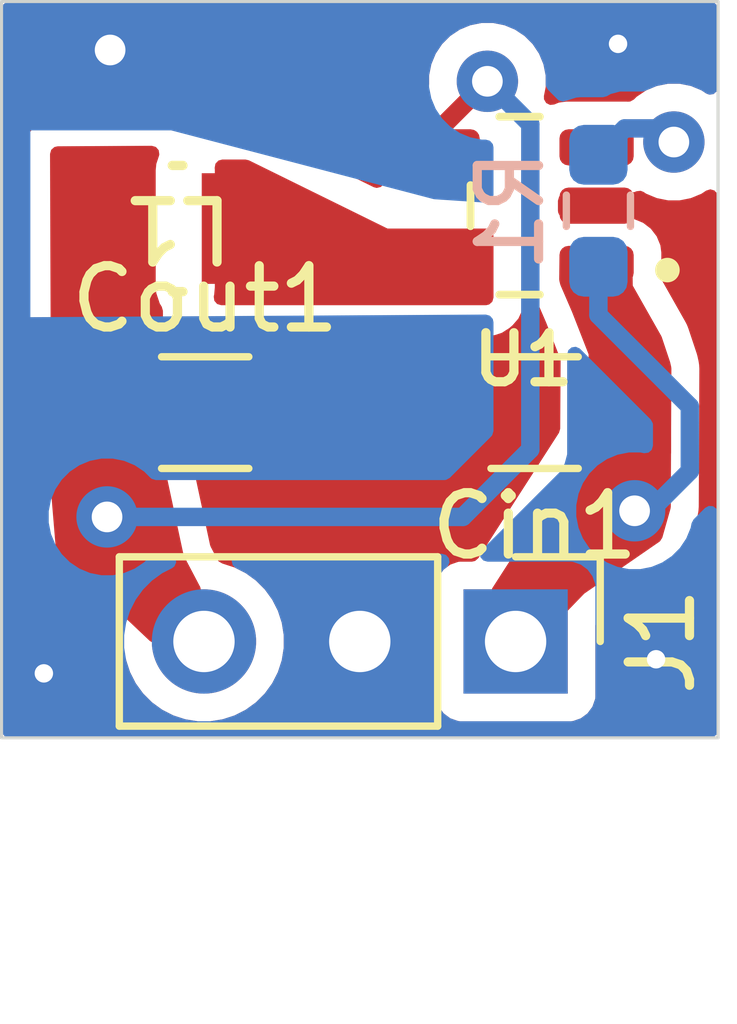
<source format=kicad_pcb>
(kicad_pcb (version 20241229) (generator "pcbnew") (generator_version "9.0")
  (layers (0 "F.Cu" signal) (2 "B.Cu" signal) (13 "F.Paste" user) (15 "B.Paste" user) (5 "F.SilkS" user "F.Silkscreen") (7 "B.SilkS" user "B.Silkscreen") (1 "F.Mask" user) (3 "B.Mask" user) (25 "Edge.Cuts" user))
  (net 0 "")
  (net 1 "GND")
  (net 2 "Net-(U1-EN)")
  (net 3 "/SW1")
  (net 4 "/VIN")
  (net 5 "/SW2")
  (footprint "Capacitor_SMD:C_1206_3216Metric_Pad1.33x1.80mm_HandSolder" (layer "F.Cu") (at 98.8 78.5)
    (property "Reference" "Cout1" (at 0 -1.85 0) (layer "F.SilkS"))
    (property "Value" "10uF")
    (fp_line (start -0.711252 -0.91) (end 0.711252 -0.91) (stroke (width 0.12)) (layer "F.SilkS"))
    (fp_line (start -0.711252 0.91) (end 0.711252 0.91) (stroke (width 0.12)) (layer "F.SilkS"))
    (pad "1" smd roundrect (at -1.5625 0) (size 1.325 1.8) (layers "F.Cu" "F.Mask" "F.Paste") (roundrect_rratio 0.188679) (net 5 "/SW2"))
    (pad "2" smd roundrect (at 1.5625 0) (size 1.325 1.8) (layers "F.Cu" "F.Mask" "F.Paste") (roundrect_rratio 0.188679) (net 1 "GND"))
  )
  (footprint "SMD_INDUCTOR:0806(2016 METRIC)_CIGT201610_SAM" (layer "F.Cu") (at 98.35 75.5 180)
    (property "Reference" "L1" (at 0 0 180) (layer "F.SilkS"))
    (property "Value" "2.2uH")
    (fp_line (start 0.08615 -1.0287) (end -0.08615 -1.0287) (stroke (width 0.1524)) (layer "F.SilkS"))
    (fp_line (start -0.08615 1.0287) (end 0.08615 1.0287) (stroke (width 0.1524)) (layer "F.SilkS"))
    (pad "1" smd rect (at -0.9271 0 180) (size 1.0668 1.8034) (layers "F.Cu" "F.Mask" "F.Paste") (net 3 "/SW1") (clearance 0.75))
    (pad "2" smd rect (at 0.9271 0 180) (size 1.0668 1.8034) (layers "F.Cu" "F.Mask" "F.Paste") (net 5 "/SW2") (clearance 1))
    (zone (net 0) (net_name "") (layer "F.Cu") (connect_pads (clearance 0)) (min_thickness 0.254)
      (keepout (tracks not_allowed) (vias not_allowed) (pads allowed) (copperpour not_allowed) (footprints allowed))
      (fill (thermal_gap 0.508) (thermal_bridge_width 0.508))
      (polygon (pts (xy 98.6929 76.3509) (xy 98.0071 76.3509) (xy 98.0071 74.6491) (xy 98.6929 74.6491)))
    )
  )
  (footprint "SWITCHING_REGULATORS:LM3671MFX-3.3_NOPB_SOT95P280X145-5N" (layer "F.Cu") (at 103.925 75.1269 180)
    (property "Reference" "U1" (at -0.06 -2.508 0) (layer "F.SilkS") (effects (font (size 0.8 0.8))))
    (property "Value" "LM3671MFX-3.3_NOPB" (hide yes))
    (fp_line (start 0.8 -0.335) (end 0.8 0.335) (stroke (width 0.127)) (layer "F.SilkS"))
    (fp_line (start 0.33 1.45) (end -0.33 1.45) (stroke (width 0.127)) (layer "F.SilkS"))
    (fp_line (start -0.33 -1.45) (end 0.33 -1.45) (stroke (width 0.127)) (layer "F.SilkS"))
    (fp_circle (center -2.41 -1.05) (end -2.31 -1.05) (stroke (width 0.2)) (fill no) (layer "F.SilkS"))
    (pad "1" smd roundrect (at -1.255 -0.95 180) (size 1.21 0.59) (layers "F.Cu" "F.Mask" "F.Paste") (net 4 "/VIN"))
    (pad "2" smd roundrect (at -1.255 0 180) (size 1.21 0.59) (layers "F.Cu" "F.Mask" "F.Paste") (net 1 "GND"))
    (pad "3" smd roundrect (at -1.255 0.95 180) (size 1.21 0.59) (layers "F.Cu" "F.Mask" "F.Paste") (net 2 "Net-(U1-EN)"))
    (pad "4" smd roundrect (at 1.255 0.95 180) (size 1.21 0.59) (layers "F.Cu" "F.Mask" "F.Paste") (net 5 "/SW2"))
    (pad "5" smd roundrect (at 1.255 -0.95 180) (size 1.21 0.59) (layers "F.Cu" "F.Mask" "F.Paste") (net 3 "/SW1"))
  )
  (footprint "Connector_PinHeader_2.54mm:PinHeader_1x03_P2.54mm_Vertical" (layer "F.Cu") (at 103.86 82.23 -90)
    (property "Reference" "J1" (at 0 -2.38 90) (layer "F.SilkS"))
    (property "Value" "Conn_01x03_Pin")
    (fp_line (start -1.38 6.46) (end 1.38 6.46) (stroke (width 0.12)) (layer "F.SilkS"))
    (fp_line (start -1.38 1.27) (end -1.38 6.46) (stroke (width 0.12)) (layer "F.SilkS"))
    (fp_line (start -1.38 1.27) (end 1.38 1.27) (stroke (width 0.12)) (layer "F.SilkS"))
    (fp_line (start 1.38 1.27) (end 1.38 6.46) (stroke (width 0.12)) (layer "F.SilkS"))
    (fp_line (start -1.38 0) (end -1.38 -1.38) (stroke (width 0.12)) (layer "F.SilkS"))
    (fp_line (start -1.38 -1.38) (end 0 -1.38) (stroke (width 0.12)) (layer "F.SilkS"))
    (pad "1" thru_hole rect (at 0 0 270) (size 1.7 1.7) (drill 1) (layers "*.Cu" "*.Mask") (net 4 "/VIN"))
    (pad "2" thru_hole circle (at 0 2.54 270) (size 1.7 1.7) (drill 1) (layers "*.Cu" "*.Mask") (net 1 "GND"))
    (pad "3" thru_hole circle (at 0 5.08 270) (size 1.7 1.7) (drill 1) (layers "*.Cu" "*.Mask") (net 5 "/SW2"))
  )
  (footprint "Capacitor_SMD:C_1206_3216Metric_Pad1.33x1.80mm_HandSolder" (layer "F.Cu") (at 104.17 78.5 180)
    (property "Reference" "Cin1" (at 0 -1.85 0) (layer "F.SilkS"))
    (property "Value" "4.7uF")
    (fp_line (start -0.711252 0.91) (end 0.711252 0.91) (stroke (width 0.12)) (layer "F.SilkS"))
    (fp_line (start -0.711252 -0.91) (end 0.711252 -0.91) (stroke (width 0.12)) (layer "F.SilkS"))
    (pad "1" smd roundrect (at -1.5625 0 180) (size 1.325 1.8) (layers "F.Cu" "F.Mask" "F.Paste") (roundrect_rratio 0.188679) (net 4 "/VIN"))
    (pad "2" smd roundrect (at 1.5625 0 180) (size 1.325 1.8) (layers "F.Cu" "F.Mask" "F.Paste") (roundrect_rratio 0.188679) (net 1 "GND"))
  )
  (footprint "Resistor_SMD:R_0603_1608Metric_Pad0.98x0.95mm_HandSolder" (layer "B.Cu") (at 105.21 75.21 -90)
    (property "Reference" "R1" (at 0 1.43 90) (layer "B.SilkS") (effects (justify mirror)))
    (property "Value" "100K")
    (fp_line (start -0.254724 0.5225) (end 0.254724 0.5225) (stroke (width 0.12)) (layer "B.SilkS"))
    (fp_line (start -0.254724 -0.5225) (end 0.254724 -0.5225) (stroke (width 0.12)) (layer "B.SilkS"))
    (pad "1" smd roundrect (at -0.9125 0 270) (size 0.975 0.95) (layers "B.Cu" "B.Mask" "B.Paste") (net 2 "Net-(U1-EN)") (clearance 0.45))
    (pad "2" smd roundrect (at 0.9125 0 270) (size 0.975 0.95) (layers "B.Cu" "B.Mask" "B.Paste") (net 4 "/VIN") (clearance 0.45))
  )
  (gr_line (start 95.48 71.8) (end 95.48 83.8) (stroke (width 0.05)) (layer "Edge.Cuts"))
  (gr_line (start 107.16 83.8) (end 107.16 71.8) (stroke (width 0.05)) (layer "Edge.Cuts"))
  (gr_line (start 95.48 83.8) (end 107.16 83.8) (stroke (width 0.05)) (layer "Edge.Cuts"))
  (gr_line (start 107.16 71.8) (end 95.48 71.8) (stroke (width 0.05)) (layer "Edge.Cuts"))
  (segment (start 102.5975 78.49) (end 102.6075 78.48) (width 0.2) (layer "F.Cu") (net 1))
  (via (at 106.15 82.52) (size 0.6) (drill 0.3) (layers "F.Cu" "B.Cu") (net 1))
  (via (at 105.53 72.49) (size 0.6) (drill 0.3) (layers "F.Cu" "B.Cu") (net 1))
  (via (at 96.17 82.75) (size 0.6) (drill 0.3) (layers "F.Cu" "B.Cu") (net 1))
  (via (at 97.25 72.59) (size 1) (drill 0.5) (layers "F.Cu" "B.Cu") (net 1))
  (via (at 106.44 74.09) (size 1) (drill 0.5) (layers "F.Cu" "B.Cu") (net 2))
  (segment (start 105.3825 74.47) (end 105.21 74.2975) (width 0.2) (layer "B.Cu") (net 2))
  (segment (start 105.64 73.8675) (end 105.21 74.2975) (width 0.3) (layer "B.Cu") (net 2))
  (segment (start 106.44 74.09) (end 106.2175 73.8675) (width 0.3) (layer "B.Cu") (net 2))
  (segment (start 106.2175 73.8675) (end 105.64 73.8675) (width 0.3) (layer "B.Cu") (net 2))
  (via (at 105.8 80.1) (size 1) (drill 0.5) (layers "F.Cu" "B.Cu") (net 4))
  (segment (start 105.8 80.1) (end 105.951 79.949) (width 0.3) (layer "B.Cu") (net 4))
  (segment (start 105.951 79.949) (end 106.203784 79.949) (width 0.3) (layer "B.Cu") (net 4))
  (segment (start 105.21 76.91) (end 105.21 76.1225) (width 0.3) (layer "B.Cu") (net 4))
  (segment (start 106.7 78.4) (end 105.21 76.91) (width 0.3) (layer "B.Cu") (net 4))
  (segment (start 106.203784 79.949) (end 106.7 79.452784) (width 0.3) (layer "B.Cu") (net 4))
  (segment (start 106.7 79.452784) (end 106.7 78.4) (width 0.3) (layer "B.Cu") (net 4))
  (segment (start 102.8 74.0469) (end 102.67 74.1769) (width 0.2) (layer "F.Cu") (net 5))
  (segment (start 96.7975 78.48) (end 96.7975 78.9975) (width 0.3) (layer "F.Cu") (net 5))
  (segment (start 96.7675 78.46) (end 96.7975 78.49) (width 0.2) (layer "F.Cu") (net 5))
  (segment (start 102.67 74.1769) (end 102.67 73.83) (width 0.3) (layer "F.Cu") (net 5))
  (segment (start 102.67 73.83) (end 103.4 73.1) (width 0.3) (layer "F.Cu") (net 5))
  (via (at 103.4 73.1) (size 1) (drill 0.5) (layers "F.Cu" "B.Cu") (net 5))
  (via (at 97.2 80.2) (size 1) (drill 0.5) (layers "F.Cu" "B.Cu") (net 5))
  (segment (start 104.1 79.1) (end 104.1 73.8) (width 0.3) (layer "B.Cu") (net 5))
  (segment (start 103 80.2) (end 104.1 79.1) (width 0.3) (layer "B.Cu") (net 5))
  (segment (start 97.2 80.2) (end 103 80.2) (width 0.3) (layer "B.Cu") (net 5))
  (segment (start 104.1 73.8) (end 103.4 73.1) (width 0.3) (layer "B.Cu") (net 5))
  (zone (net 5) (net_name "/SW2") (layer "F.Cu") (priority 2) (connect_pads yes (clearance 0)) (min_thickness 0.25) (fill yes (thermal_gap 0.5) (thermal_bridge_width 0.5))
    (polygon (pts (xy 96.27 74.16) (xy 98.09 74.15) (xy 98.109405 76.6629) (xy 98.129998 79.339993) (xy 98.45 80.83) (xy 98.76 81.42) (xy 97.99 82.31) (xy 96.37 80.78) (xy 96.29 79.82)))
  )
  (zone (net 0) (net_name "") (layer "F.Cu") (connect_pads yes (clearance 0)) (min_thickness 0.25)
    (keepout (tracks not_allowed) (vias not_allowed) (pads not_allowed) (copperpour not_allowed) (footprints allowed))
    (fill (thermal_gap 0.5) (thermal_bridge_width 0.5))
    (polygon (pts (xy 103.6 73.85) (xy 103.55 74.6) (xy 103.34 75.03) (xy 103.66 75.3) (xy 104.19 75.76) (xy 104.44 75.61) (xy 104.55 75.37) (xy 104.55 74.69) (xy 104.33 74.56) (xy 104.22 74.16) (xy 104.23 73.84) (xy 103.84 73.76)))
  )
  (zone (net 4) (net_name "/VIN") (layer "F.Cu") (priority 3) (connect_pads yes (clearance 0)) (min_thickness 0.25) (fill yes (thermal_gap 0.5) (thermal_bridge_width 0.5))
    (polygon (pts (xy 104.59 75.81) (xy 105.76 75.79) (xy 105.77 76.43) (xy 106.24 77.26) (xy 106.38 77.68) (xy 106.4 77.77) (xy 106.39 80.05) (xy 106.24 80.58) (xy 104.98 81.45) (xy 104.39 82.06) (xy 103.41 81.47) (xy 105.042096 78.933181) (xy 105.05 77.55) (xy 104.78 76.86) (xy 104.59 76.42) (xy 104.57 76.34) (xy 104.58 75.81)))
  )
  (zone (net 3) (net_name "/SW1") (layer "F.Cu") (priority 1) (connect_pads yes (clearance 0.5)) (min_thickness 0.25) (fill yes (thermal_gap 0.5) (thermal_bridge_width 0.5) (island_removal_mode 1) (island_area_min 10))
    (polygon (pts (xy 101.771691 75.5) (xy 103.5 75.5) (xy 103.5 76.75) (xy 98.725 76.75) (xy 98.725 74.375) (xy 99.486624 74.375)))
  )
  (zone (net 1) (net_name "GND") (layers "F.Cu" "B.Cu") (connect_pads yes (clearance 0.45)) (min_thickness 0.25) (fill yes (thermal_gap 0.5) (thermal_bridge_width 0.5))
    (polygon (pts (xy 95.48 71.8) (xy 95.48 83.8) (xy 107.16 83.8) (xy 107.16 71.8)))
  )
  (zone (net 0) (net_name "") (layer "B.Cu") (connect_pads yes (clearance 0)) (min_thickness 0.25)
    (keepout (tracks not_allowed) (vias not_allowed) (pads not_allowed) (copperpour not_allowed) (footprints not_allowed))
    (fill (thermal_gap 0.5) (thermal_bridge_width 0.5))
    (polygon (pts (xy 95.95 73.9) (xy 95.95 76.9445) (xy 103.7 76.9) (xy 103.7 75.1) (xy 102.529282 75.021952) (xy 98.245465 73.9)))
  )
)
</source>
